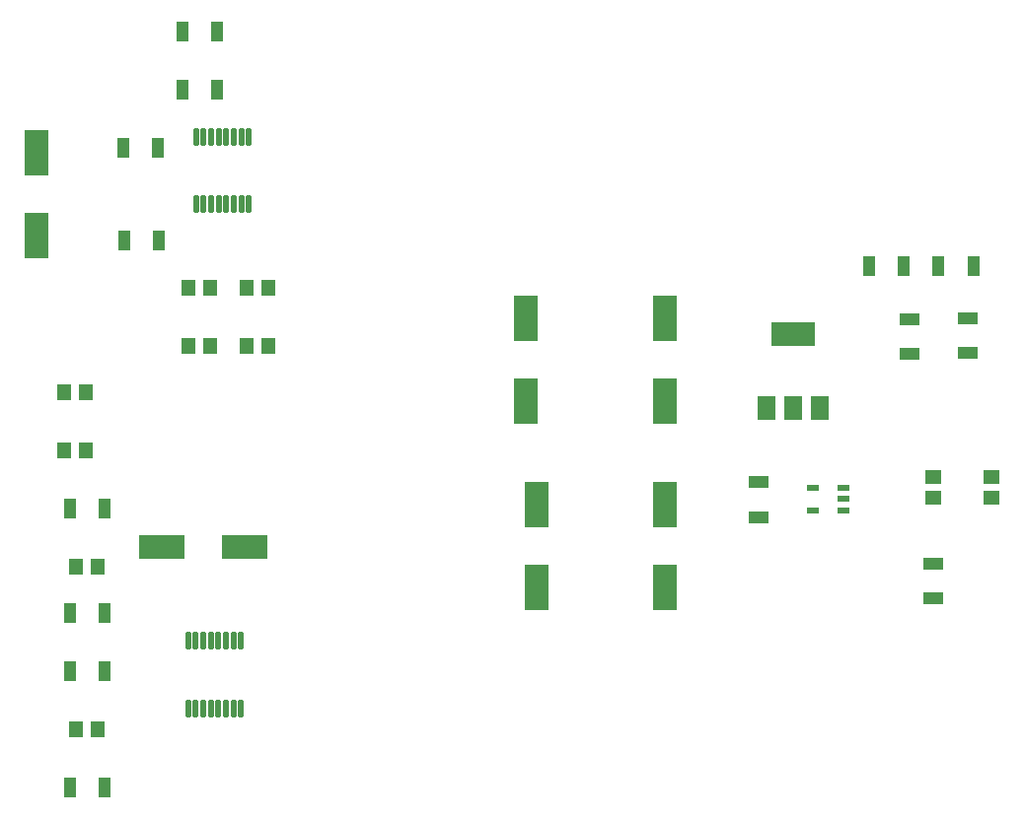
<source format=gbr>
G04*
G04 #@! TF.GenerationSoftware,Altium Limited,Altium Designer,23.1.1 (15)*
G04*
G04 Layer_Color=128*
%FSLAX44Y44*%
%MOMM*%
G71*
G04*
G04 #@! TF.SameCoordinates,BB96B4BC-2DDC-42E6-90C6-D32D3C2E4667*
G04*
G04*
G04 #@! TF.FilePolarity,Positive*
G04*
G01*
G75*
%ADD18R,1.1500X1.4500*%
G04:AMPARAMS|DCode=21|XSize=0.94mm|YSize=1.77mm|CornerRadius=0.0658mm|HoleSize=0mm|Usage=FLASHONLY|Rotation=90.000|XOffset=0mm|YOffset=0mm|HoleType=Round|Shape=RoundedRectangle|*
%AMROUNDEDRECTD21*
21,1,0.9400,1.6384,0,0,90.0*
21,1,0.8084,1.7700,0,0,90.0*
1,1,0.1316,0.8192,0.4042*
1,1,0.1316,0.8192,-0.4042*
1,1,0.1316,-0.8192,-0.4042*
1,1,0.1316,-0.8192,0.4042*
%
%ADD21ROUNDEDRECTD21*%
G04:AMPARAMS|DCode=22|XSize=1.09mm|YSize=1.77mm|CornerRadius=0.0763mm|HoleSize=0mm|Usage=FLASHONLY|Rotation=90.000|XOffset=0mm|YOffset=0mm|HoleType=Round|Shape=RoundedRectangle|*
%AMROUNDEDRECTD22*
21,1,1.0900,1.6174,0,0,90.0*
21,1,0.9374,1.7700,0,0,90.0*
1,1,0.1526,0.8087,0.4687*
1,1,0.1526,0.8087,-0.4687*
1,1,0.1526,-0.8087,-0.4687*
1,1,0.1526,-0.8087,0.4687*
%
%ADD22ROUNDEDRECTD22*%
G04:AMPARAMS|DCode=24|XSize=1.09mm|YSize=1.77mm|CornerRadius=0.0763mm|HoleSize=0mm|Usage=FLASHONLY|Rotation=180.000|XOffset=0mm|YOffset=0mm|HoleType=Round|Shape=RoundedRectangle|*
%AMROUNDEDRECTD24*
21,1,1.0900,1.6174,0,0,180.0*
21,1,0.9374,1.7700,0,0,180.0*
1,1,0.1526,-0.4687,0.8087*
1,1,0.1526,0.4687,0.8087*
1,1,0.1526,0.4687,-0.8087*
1,1,0.1526,-0.4687,-0.8087*
%
%ADD24ROUNDEDRECTD24*%
G04:AMPARAMS|DCode=25|XSize=0.94mm|YSize=1.77mm|CornerRadius=0.0658mm|HoleSize=0mm|Usage=FLASHONLY|Rotation=180.000|XOffset=0mm|YOffset=0mm|HoleType=Round|Shape=RoundedRectangle|*
%AMROUNDEDRECTD25*
21,1,0.9400,1.6384,0,0,180.0*
21,1,0.8084,1.7700,0,0,180.0*
1,1,0.1316,-0.4042,0.8192*
1,1,0.1316,0.4042,0.8192*
1,1,0.1316,0.4042,-0.8192*
1,1,0.1316,-0.4042,-0.8192*
%
%ADD25ROUNDEDRECTD25*%
%ADD71R,4.0000X2.0000*%
G04:AMPARAMS|DCode=72|XSize=1.5mm|YSize=0.45mm|CornerRadius=0.0563mm|HoleSize=0mm|Usage=FLASHONLY|Rotation=90.000|XOffset=0mm|YOffset=0mm|HoleType=Round|Shape=RoundedRectangle|*
%AMROUNDEDRECTD72*
21,1,1.5000,0.3375,0,0,90.0*
21,1,1.3875,0.4500,0,0,90.0*
1,1,0.1125,0.1688,0.6938*
1,1,0.1125,0.1688,-0.6938*
1,1,0.1125,-0.1688,-0.6938*
1,1,0.1125,-0.1688,0.6938*
%
%ADD72ROUNDEDRECTD72*%
%ADD74R,2.0000X4.0000*%
%ADD75R,1.4500X1.1500*%
%ADD76R,3.8000X2.0000*%
%ADD77R,1.5000X2.0000*%
%ADD78R,1.1000X0.6000*%
D18*
X691290Y172810D02*
D03*
X709290D02*
D03*
X681290Y462810D02*
D03*
X699290D02*
D03*
X691290Y312810D02*
D03*
X709290D02*
D03*
X681290Y412810D02*
D03*
X699290D02*
D03*
X787790Y552790D02*
D03*
X805789D02*
D03*
X837790Y502790D02*
D03*
X855789D02*
D03*
X787790D02*
D03*
X805789D02*
D03*
X837790Y552789D02*
D03*
X855789D02*
D03*
D21*
X1426790Y285390D02*
D03*
X1276790Y355390D02*
D03*
X1406790Y495390D02*
D03*
X1456790Y526190D02*
D03*
D22*
X1426790Y315441D02*
D03*
X1276790Y385440D02*
D03*
X1406790Y525440D02*
D03*
X1456790Y496140D02*
D03*
D24*
X685640Y122810D02*
D03*
Y272810D02*
D03*
Y362810D02*
D03*
Y222810D02*
D03*
X782140Y772790D02*
D03*
Y722790D02*
D03*
X761440Y672790D02*
D03*
X732140Y592790D02*
D03*
X1401440Y570790D02*
D03*
X1461440Y570790D02*
D03*
D25*
X715690Y122810D02*
D03*
Y272810D02*
D03*
Y362810D02*
D03*
Y222810D02*
D03*
X812190Y772790D02*
D03*
Y722790D02*
D03*
X731389Y672790D02*
D03*
X762190Y592790D02*
D03*
X1371390Y570790D02*
D03*
X1431390Y570790D02*
D03*
D71*
X764500Y330000D02*
D03*
X835500D02*
D03*
D72*
X832750Y191000D02*
D03*
X826250D02*
D03*
X819750D02*
D03*
X813250D02*
D03*
X806750D02*
D03*
X800250D02*
D03*
X793750D02*
D03*
X787250D02*
D03*
Y249000D02*
D03*
X793750D02*
D03*
X800250D02*
D03*
X806750D02*
D03*
X813250D02*
D03*
X819750D02*
D03*
X826250D02*
D03*
X832750D02*
D03*
X794114Y624034D02*
D03*
X800614D02*
D03*
X807114D02*
D03*
X813614D02*
D03*
X820114D02*
D03*
X826614D02*
D03*
X833114D02*
D03*
X839614D02*
D03*
Y682034D02*
D03*
X833114D02*
D03*
X826614D02*
D03*
X820114D02*
D03*
X813614D02*
D03*
X807114D02*
D03*
X800614D02*
D03*
X794114D02*
D03*
D74*
X656790Y597290D02*
D03*
Y668290D02*
D03*
X1086790Y366290D02*
D03*
Y295290D02*
D03*
X1196789Y366290D02*
D03*
Y295290D02*
D03*
X1076790Y526290D02*
D03*
Y455290D02*
D03*
X1196789Y526290D02*
D03*
Y455290D02*
D03*
D75*
X1426790Y371790D02*
D03*
Y389790D02*
D03*
X1476790Y371790D02*
D03*
Y389790D02*
D03*
D76*
X1306789Y512290D02*
D03*
D77*
X1283789Y449290D02*
D03*
X1306789D02*
D03*
X1329789D02*
D03*
D78*
X1323790Y380290D02*
D03*
Y361290D02*
D03*
X1349790D02*
D03*
Y370790D02*
D03*
Y380290D02*
D03*
M02*

</source>
